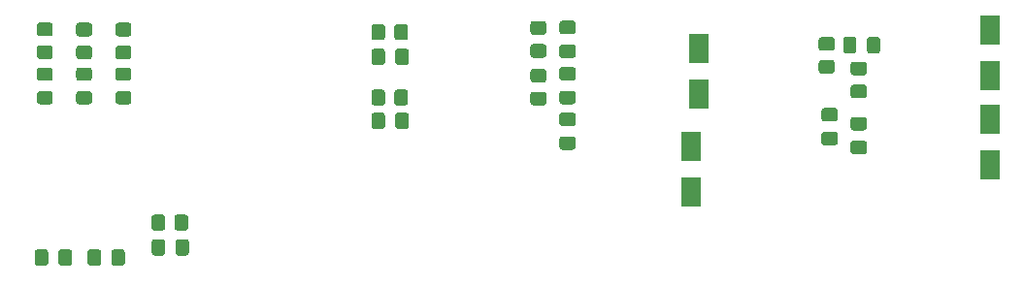
<source format=gbr>
G04 #@! TF.GenerationSoftware,KiCad,Pcbnew,5.1.9-73d0e3b20d~88~ubuntu20.04.1*
G04 #@! TF.CreationDate,2021-01-30T11:56:24+01:00*
G04 #@! TF.ProjectId,FY6600_Power_Supply,46593636-3030-45f5-906f-7765725f5375,1.0*
G04 #@! TF.SameCoordinates,Original*
G04 #@! TF.FileFunction,Paste,Top*
G04 #@! TF.FilePolarity,Positive*
%FSLAX46Y46*%
G04 Gerber Fmt 4.6, Leading zero omitted, Abs format (unit mm)*
G04 Created by KiCad (PCBNEW 5.1.9-73d0e3b20d~88~ubuntu20.04.1) date 2021-01-30 11:56:24*
%MOMM*%
%LPD*%
G01*
G04 APERTURE LIST*
%ADD10R,1.800000X2.500000*%
G04 APERTURE END LIST*
D10*
X115570000Y-65405000D03*
X115570000Y-61405000D03*
X116205000Y-56864000D03*
X116205000Y-52864000D03*
X141605000Y-51245000D03*
X141605000Y-55245000D03*
X141605000Y-59055000D03*
X141605000Y-63055000D03*
G36*
G01*
X104300000Y-52520000D02*
X105250000Y-52520000D01*
G75*
G02*
X105500000Y-52770000I0J-250000D01*
G01*
X105500000Y-53445000D01*
G75*
G02*
X105250000Y-53695000I-250000J0D01*
G01*
X104300000Y-53695000D01*
G75*
G02*
X104050000Y-53445000I0J250000D01*
G01*
X104050000Y-52770000D01*
G75*
G02*
X104300000Y-52520000I250000J0D01*
G01*
G37*
G36*
G01*
X104300000Y-50445000D02*
X105250000Y-50445000D01*
G75*
G02*
X105500000Y-50695000I0J-250000D01*
G01*
X105500000Y-51370000D01*
G75*
G02*
X105250000Y-51620000I-250000J0D01*
G01*
X104300000Y-51620000D01*
G75*
G02*
X104050000Y-51370000I0J250000D01*
G01*
X104050000Y-50695000D01*
G75*
G02*
X104300000Y-50445000I250000J0D01*
G01*
G37*
G36*
G01*
X130879000Y-53053000D02*
X130879000Y-52103000D01*
G75*
G02*
X131129000Y-51853000I250000J0D01*
G01*
X131804000Y-51853000D01*
G75*
G02*
X132054000Y-52103000I0J-250000D01*
G01*
X132054000Y-53053000D01*
G75*
G02*
X131804000Y-53303000I-250000J0D01*
G01*
X131129000Y-53303000D01*
G75*
G02*
X130879000Y-53053000I0J250000D01*
G01*
G37*
G36*
G01*
X128804000Y-53053000D02*
X128804000Y-52103000D01*
G75*
G02*
X129054000Y-51853000I250000J0D01*
G01*
X129729000Y-51853000D01*
G75*
G02*
X129979000Y-52103000I0J-250000D01*
G01*
X129979000Y-53053000D01*
G75*
G02*
X129729000Y-53303000I-250000J0D01*
G01*
X129054000Y-53303000D01*
G75*
G02*
X128804000Y-53053000I0J250000D01*
G01*
G37*
G36*
G01*
X89665000Y-57600001D02*
X89665000Y-56699999D01*
G75*
G02*
X89914999Y-56450000I249999J0D01*
G01*
X90615001Y-56450000D01*
G75*
G02*
X90865000Y-56699999I0J-249999D01*
G01*
X90865000Y-57600001D01*
G75*
G02*
X90615001Y-57850000I-249999J0D01*
G01*
X89914999Y-57850000D01*
G75*
G02*
X89665000Y-57600001I0J249999D01*
G01*
G37*
G36*
G01*
X87665000Y-57600001D02*
X87665000Y-56699999D01*
G75*
G02*
X87914999Y-56450000I249999J0D01*
G01*
X88615001Y-56450000D01*
G75*
G02*
X88865000Y-56699999I0J-249999D01*
G01*
X88865000Y-57600001D01*
G75*
G02*
X88615001Y-57850000I-249999J0D01*
G01*
X87914999Y-57850000D01*
G75*
G02*
X87665000Y-57600001I0J249999D01*
G01*
G37*
G36*
G01*
X89665000Y-51885001D02*
X89665000Y-50984999D01*
G75*
G02*
X89914999Y-50735000I249999J0D01*
G01*
X90615001Y-50735000D01*
G75*
G02*
X90865000Y-50984999I0J-249999D01*
G01*
X90865000Y-51885001D01*
G75*
G02*
X90615001Y-52135000I-249999J0D01*
G01*
X89914999Y-52135000D01*
G75*
G02*
X89665000Y-51885001I0J249999D01*
G01*
G37*
G36*
G01*
X87665000Y-51885001D02*
X87665000Y-50984999D01*
G75*
G02*
X87914999Y-50735000I249999J0D01*
G01*
X88615001Y-50735000D01*
G75*
G02*
X88865000Y-50984999I0J-249999D01*
G01*
X88865000Y-51885001D01*
G75*
G02*
X88615001Y-52135000I-249999J0D01*
G01*
X87914999Y-52135000D01*
G75*
G02*
X87665000Y-51885001I0J249999D01*
G01*
G37*
G36*
G01*
X69682000Y-67621999D02*
X69682000Y-68522001D01*
G75*
G02*
X69432001Y-68772000I-249999J0D01*
G01*
X68731999Y-68772000D01*
G75*
G02*
X68482000Y-68522001I0J249999D01*
G01*
X68482000Y-67621999D01*
G75*
G02*
X68731999Y-67372000I249999J0D01*
G01*
X69432001Y-67372000D01*
G75*
G02*
X69682000Y-67621999I0J-249999D01*
G01*
G37*
G36*
G01*
X71682000Y-67621999D02*
X71682000Y-68522001D01*
G75*
G02*
X71432001Y-68772000I-249999J0D01*
G01*
X70731999Y-68772000D01*
G75*
G02*
X70482000Y-68522001I0J249999D01*
G01*
X70482000Y-67621999D01*
G75*
G02*
X70731999Y-67372000I249999J0D01*
G01*
X71432001Y-67372000D01*
G75*
G02*
X71682000Y-67621999I0J-249999D01*
G01*
G37*
G36*
G01*
X88852500Y-58707000D02*
X88852500Y-59657000D01*
G75*
G02*
X88602500Y-59907000I-250000J0D01*
G01*
X87927500Y-59907000D01*
G75*
G02*
X87677500Y-59657000I0J250000D01*
G01*
X87677500Y-58707000D01*
G75*
G02*
X87927500Y-58457000I250000J0D01*
G01*
X88602500Y-58457000D01*
G75*
G02*
X88852500Y-58707000I0J-250000D01*
G01*
G37*
G36*
G01*
X90927500Y-58707000D02*
X90927500Y-59657000D01*
G75*
G02*
X90677500Y-59907000I-250000J0D01*
G01*
X90002500Y-59907000D01*
G75*
G02*
X89752500Y-59657000I0J250000D01*
G01*
X89752500Y-58707000D01*
G75*
G02*
X90002500Y-58457000I250000J0D01*
G01*
X90677500Y-58457000D01*
G75*
G02*
X90927500Y-58707000I0J-250000D01*
G01*
G37*
G36*
G01*
X89752500Y-54069000D02*
X89752500Y-53119000D01*
G75*
G02*
X90002500Y-52869000I250000J0D01*
G01*
X90677500Y-52869000D01*
G75*
G02*
X90927500Y-53119000I0J-250000D01*
G01*
X90927500Y-54069000D01*
G75*
G02*
X90677500Y-54319000I-250000J0D01*
G01*
X90002500Y-54319000D01*
G75*
G02*
X89752500Y-54069000I0J250000D01*
G01*
G37*
G36*
G01*
X87677500Y-54069000D02*
X87677500Y-53119000D01*
G75*
G02*
X87927500Y-52869000I250000J0D01*
G01*
X88602500Y-52869000D01*
G75*
G02*
X88852500Y-53119000I0J-250000D01*
G01*
X88852500Y-54069000D01*
G75*
G02*
X88602500Y-54319000I-250000J0D01*
G01*
X87927500Y-54319000D01*
G75*
G02*
X87677500Y-54069000I0J250000D01*
G01*
G37*
G36*
G01*
X69675500Y-69756000D02*
X69675500Y-70706000D01*
G75*
G02*
X69425500Y-70956000I-250000J0D01*
G01*
X68750500Y-70956000D01*
G75*
G02*
X68500500Y-70706000I0J250000D01*
G01*
X68500500Y-69756000D01*
G75*
G02*
X68750500Y-69506000I250000J0D01*
G01*
X69425500Y-69506000D01*
G75*
G02*
X69675500Y-69756000I0J-250000D01*
G01*
G37*
G36*
G01*
X71750500Y-69756000D02*
X71750500Y-70706000D01*
G75*
G02*
X71500500Y-70956000I-250000J0D01*
G01*
X70825500Y-70956000D01*
G75*
G02*
X70575500Y-70706000I0J250000D01*
G01*
X70575500Y-69756000D01*
G75*
G02*
X70825500Y-69506000I250000J0D01*
G01*
X71500500Y-69506000D01*
G75*
G02*
X71750500Y-69756000I0J-250000D01*
G01*
G37*
G36*
G01*
X101784999Y-56645000D02*
X102685001Y-56645000D01*
G75*
G02*
X102935000Y-56894999I0J-249999D01*
G01*
X102935000Y-57595001D01*
G75*
G02*
X102685001Y-57845000I-249999J0D01*
G01*
X101784999Y-57845000D01*
G75*
G02*
X101535000Y-57595001I0J249999D01*
G01*
X101535000Y-56894999D01*
G75*
G02*
X101784999Y-56645000I249999J0D01*
G01*
G37*
G36*
G01*
X101784999Y-54645000D02*
X102685001Y-54645000D01*
G75*
G02*
X102935000Y-54894999I0J-249999D01*
G01*
X102935000Y-55595001D01*
G75*
G02*
X102685001Y-55845000I-249999J0D01*
G01*
X101784999Y-55845000D01*
G75*
G02*
X101535000Y-55595001I0J249999D01*
G01*
X101535000Y-54894999D01*
G75*
G02*
X101784999Y-54645000I249999J0D01*
G01*
G37*
G36*
G01*
X101784999Y-52470000D02*
X102685001Y-52470000D01*
G75*
G02*
X102935000Y-52719999I0J-249999D01*
G01*
X102935000Y-53420001D01*
G75*
G02*
X102685001Y-53670000I-249999J0D01*
G01*
X101784999Y-53670000D01*
G75*
G02*
X101535000Y-53420001I0J249999D01*
G01*
X101535000Y-52719999D01*
G75*
G02*
X101784999Y-52470000I249999J0D01*
G01*
G37*
G36*
G01*
X101784999Y-50470000D02*
X102685001Y-50470000D01*
G75*
G02*
X102935000Y-50719999I0J-249999D01*
G01*
X102935000Y-51420001D01*
G75*
G02*
X102685001Y-51670000I-249999J0D01*
G01*
X101784999Y-51670000D01*
G75*
G02*
X101535000Y-51420001I0J249999D01*
G01*
X101535000Y-50719999D01*
G75*
G02*
X101784999Y-50470000I249999J0D01*
G01*
G37*
G36*
G01*
X65589999Y-52613000D02*
X66490001Y-52613000D01*
G75*
G02*
X66740000Y-52862999I0J-249999D01*
G01*
X66740000Y-53563001D01*
G75*
G02*
X66490001Y-53813000I-249999J0D01*
G01*
X65589999Y-53813000D01*
G75*
G02*
X65340000Y-53563001I0J249999D01*
G01*
X65340000Y-52862999D01*
G75*
G02*
X65589999Y-52613000I249999J0D01*
G01*
G37*
G36*
G01*
X65589999Y-50613000D02*
X66490001Y-50613000D01*
G75*
G02*
X66740000Y-50862999I0J-249999D01*
G01*
X66740000Y-51563001D01*
G75*
G02*
X66490001Y-51813000I-249999J0D01*
G01*
X65589999Y-51813000D01*
G75*
G02*
X65340000Y-51563001I0J249999D01*
G01*
X65340000Y-50862999D01*
G75*
G02*
X65589999Y-50613000I249999J0D01*
G01*
G37*
G36*
G01*
X62160999Y-52613000D02*
X63061001Y-52613000D01*
G75*
G02*
X63311000Y-52862999I0J-249999D01*
G01*
X63311000Y-53563001D01*
G75*
G02*
X63061001Y-53813000I-249999J0D01*
G01*
X62160999Y-53813000D01*
G75*
G02*
X61911000Y-53563001I0J249999D01*
G01*
X61911000Y-52862999D01*
G75*
G02*
X62160999Y-52613000I249999J0D01*
G01*
G37*
G36*
G01*
X62160999Y-50613000D02*
X63061001Y-50613000D01*
G75*
G02*
X63311000Y-50862999I0J-249999D01*
G01*
X63311000Y-51563001D01*
G75*
G02*
X63061001Y-51813000I-249999J0D01*
G01*
X62160999Y-51813000D01*
G75*
G02*
X61911000Y-51563001I0J249999D01*
G01*
X61911000Y-50862999D01*
G75*
G02*
X62160999Y-50613000I249999J0D01*
G01*
G37*
G36*
G01*
X58731999Y-52597000D02*
X59632001Y-52597000D01*
G75*
G02*
X59882000Y-52846999I0J-249999D01*
G01*
X59882000Y-53547001D01*
G75*
G02*
X59632001Y-53797000I-249999J0D01*
G01*
X58731999Y-53797000D01*
G75*
G02*
X58482000Y-53547001I0J249999D01*
G01*
X58482000Y-52846999D01*
G75*
G02*
X58731999Y-52597000I249999J0D01*
G01*
G37*
G36*
G01*
X58731999Y-50597000D02*
X59632001Y-50597000D01*
G75*
G02*
X59882000Y-50846999I0J-249999D01*
G01*
X59882000Y-51547001D01*
G75*
G02*
X59632001Y-51797000I-249999J0D01*
G01*
X58731999Y-51797000D01*
G75*
G02*
X58482000Y-51547001I0J249999D01*
G01*
X58482000Y-50846999D01*
G75*
G02*
X58731999Y-50597000I249999J0D01*
G01*
G37*
G36*
G01*
X127831001Y-53067000D02*
X126930999Y-53067000D01*
G75*
G02*
X126681000Y-52817001I0J249999D01*
G01*
X126681000Y-52116999D01*
G75*
G02*
X126930999Y-51867000I249999J0D01*
G01*
X127831001Y-51867000D01*
G75*
G02*
X128081000Y-52116999I0J-249999D01*
G01*
X128081000Y-52817001D01*
G75*
G02*
X127831001Y-53067000I-249999J0D01*
G01*
G37*
G36*
G01*
X127831001Y-55067000D02*
X126930999Y-55067000D01*
G75*
G02*
X126681000Y-54817001I0J249999D01*
G01*
X126681000Y-54116999D01*
G75*
G02*
X126930999Y-53867000I249999J0D01*
G01*
X127831001Y-53867000D01*
G75*
G02*
X128081000Y-54116999I0J-249999D01*
G01*
X128081000Y-54817001D01*
G75*
G02*
X127831001Y-55067000I-249999J0D01*
G01*
G37*
G36*
G01*
X130625001Y-55210000D02*
X129724999Y-55210000D01*
G75*
G02*
X129475000Y-54960001I0J249999D01*
G01*
X129475000Y-54259999D01*
G75*
G02*
X129724999Y-54010000I249999J0D01*
G01*
X130625001Y-54010000D01*
G75*
G02*
X130875000Y-54259999I0J-249999D01*
G01*
X130875000Y-54960001D01*
G75*
G02*
X130625001Y-55210000I-249999J0D01*
G01*
G37*
G36*
G01*
X130625001Y-57210000D02*
X129724999Y-57210000D01*
G75*
G02*
X129475000Y-56960001I0J249999D01*
G01*
X129475000Y-56259999D01*
G75*
G02*
X129724999Y-56010000I249999J0D01*
G01*
X130625001Y-56010000D01*
G75*
G02*
X130875000Y-56259999I0J-249999D01*
G01*
X130875000Y-56960001D01*
G75*
G02*
X130625001Y-57210000I-249999J0D01*
G01*
G37*
G36*
G01*
X65589999Y-56584000D02*
X66490001Y-56584000D01*
G75*
G02*
X66740000Y-56833999I0J-249999D01*
G01*
X66740000Y-57484001D01*
G75*
G02*
X66490001Y-57734000I-249999J0D01*
G01*
X65589999Y-57734000D01*
G75*
G02*
X65340000Y-57484001I0J249999D01*
G01*
X65340000Y-56833999D01*
G75*
G02*
X65589999Y-56584000I249999J0D01*
G01*
G37*
G36*
G01*
X65589999Y-54534000D02*
X66490001Y-54534000D01*
G75*
G02*
X66740000Y-54783999I0J-249999D01*
G01*
X66740000Y-55434001D01*
G75*
G02*
X66490001Y-55684000I-249999J0D01*
G01*
X65589999Y-55684000D01*
G75*
G02*
X65340000Y-55434001I0J249999D01*
G01*
X65340000Y-54783999D01*
G75*
G02*
X65589999Y-54534000I249999J0D01*
G01*
G37*
G36*
G01*
X63061001Y-55684000D02*
X62160999Y-55684000D01*
G75*
G02*
X61911000Y-55434001I0J249999D01*
G01*
X61911000Y-54783999D01*
G75*
G02*
X62160999Y-54534000I249999J0D01*
G01*
X63061001Y-54534000D01*
G75*
G02*
X63311000Y-54783999I0J-249999D01*
G01*
X63311000Y-55434001D01*
G75*
G02*
X63061001Y-55684000I-249999J0D01*
G01*
G37*
G36*
G01*
X63061001Y-57734000D02*
X62160999Y-57734000D01*
G75*
G02*
X61911000Y-57484001I0J249999D01*
G01*
X61911000Y-56833999D01*
G75*
G02*
X62160999Y-56584000I249999J0D01*
G01*
X63061001Y-56584000D01*
G75*
G02*
X63311000Y-56833999I0J-249999D01*
G01*
X63311000Y-57484001D01*
G75*
G02*
X63061001Y-57734000I-249999J0D01*
G01*
G37*
G36*
G01*
X59632001Y-55693000D02*
X58731999Y-55693000D01*
G75*
G02*
X58482000Y-55443001I0J249999D01*
G01*
X58482000Y-54792999D01*
G75*
G02*
X58731999Y-54543000I249999J0D01*
G01*
X59632001Y-54543000D01*
G75*
G02*
X59882000Y-54792999I0J-249999D01*
G01*
X59882000Y-55443001D01*
G75*
G02*
X59632001Y-55693000I-249999J0D01*
G01*
G37*
G36*
G01*
X59632001Y-57743000D02*
X58731999Y-57743000D01*
G75*
G02*
X58482000Y-57493001I0J249999D01*
G01*
X58482000Y-56842999D01*
G75*
G02*
X58731999Y-56593000I249999J0D01*
G01*
X59632001Y-56593000D01*
G75*
G02*
X59882000Y-56842999I0J-249999D01*
G01*
X59882000Y-57493001D01*
G75*
G02*
X59632001Y-57743000I-249999J0D01*
G01*
G37*
G36*
G01*
X105250000Y-59642500D02*
X104300000Y-59642500D01*
G75*
G02*
X104050000Y-59392500I0J250000D01*
G01*
X104050000Y-58717500D01*
G75*
G02*
X104300000Y-58467500I250000J0D01*
G01*
X105250000Y-58467500D01*
G75*
G02*
X105500000Y-58717500I0J-250000D01*
G01*
X105500000Y-59392500D01*
G75*
G02*
X105250000Y-59642500I-250000J0D01*
G01*
G37*
G36*
G01*
X105250000Y-61717500D02*
X104300000Y-61717500D01*
G75*
G02*
X104050000Y-61467500I0J250000D01*
G01*
X104050000Y-60792500D01*
G75*
G02*
X104300000Y-60542500I250000J0D01*
G01*
X105250000Y-60542500D01*
G75*
G02*
X105500000Y-60792500I0J-250000D01*
G01*
X105500000Y-61467500D01*
G75*
G02*
X105250000Y-61717500I-250000J0D01*
G01*
G37*
G36*
G01*
X104300000Y-56562500D02*
X105250000Y-56562500D01*
G75*
G02*
X105500000Y-56812500I0J-250000D01*
G01*
X105500000Y-57487500D01*
G75*
G02*
X105250000Y-57737500I-250000J0D01*
G01*
X104300000Y-57737500D01*
G75*
G02*
X104050000Y-57487500I0J250000D01*
G01*
X104050000Y-56812500D01*
G75*
G02*
X104300000Y-56562500I250000J0D01*
G01*
G37*
G36*
G01*
X104300000Y-54487500D02*
X105250000Y-54487500D01*
G75*
G02*
X105500000Y-54737500I0J-250000D01*
G01*
X105500000Y-55412500D01*
G75*
G02*
X105250000Y-55662500I-250000J0D01*
G01*
X104300000Y-55662500D01*
G75*
G02*
X104050000Y-55412500I0J250000D01*
G01*
X104050000Y-54737500D01*
G75*
G02*
X104300000Y-54487500I250000J0D01*
G01*
G37*
G36*
G01*
X127160000Y-60140000D02*
X128110000Y-60140000D01*
G75*
G02*
X128360000Y-60390000I0J-250000D01*
G01*
X128360000Y-61065000D01*
G75*
G02*
X128110000Y-61315000I-250000J0D01*
G01*
X127160000Y-61315000D01*
G75*
G02*
X126910000Y-61065000I0J250000D01*
G01*
X126910000Y-60390000D01*
G75*
G02*
X127160000Y-60140000I250000J0D01*
G01*
G37*
G36*
G01*
X127160000Y-58065000D02*
X128110000Y-58065000D01*
G75*
G02*
X128360000Y-58315000I0J-250000D01*
G01*
X128360000Y-58990000D01*
G75*
G02*
X128110000Y-59240000I-250000J0D01*
G01*
X127160000Y-59240000D01*
G75*
G02*
X126910000Y-58990000I0J250000D01*
G01*
X126910000Y-58315000D01*
G75*
G02*
X127160000Y-58065000I250000J0D01*
G01*
G37*
G36*
G01*
X129700000Y-58848500D02*
X130650000Y-58848500D01*
G75*
G02*
X130900000Y-59098500I0J-250000D01*
G01*
X130900000Y-59773500D01*
G75*
G02*
X130650000Y-60023500I-250000J0D01*
G01*
X129700000Y-60023500D01*
G75*
G02*
X129450000Y-59773500I0J250000D01*
G01*
X129450000Y-59098500D01*
G75*
G02*
X129700000Y-58848500I250000J0D01*
G01*
G37*
G36*
G01*
X129700000Y-60923500D02*
X130650000Y-60923500D01*
G75*
G02*
X130900000Y-61173500I0J-250000D01*
G01*
X130900000Y-61848500D01*
G75*
G02*
X130650000Y-62098500I-250000J0D01*
G01*
X129700000Y-62098500D01*
G75*
G02*
X129450000Y-61848500I0J250000D01*
G01*
X129450000Y-61173500D01*
G75*
G02*
X129700000Y-60923500I250000J0D01*
G01*
G37*
G36*
G01*
X60372500Y-71595000D02*
X60372500Y-70645000D01*
G75*
G02*
X60622500Y-70395000I250000J0D01*
G01*
X61297500Y-70395000D01*
G75*
G02*
X61547500Y-70645000I0J-250000D01*
G01*
X61547500Y-71595000D01*
G75*
G02*
X61297500Y-71845000I-250000J0D01*
G01*
X60622500Y-71845000D01*
G75*
G02*
X60372500Y-71595000I0J250000D01*
G01*
G37*
G36*
G01*
X58297500Y-71595000D02*
X58297500Y-70645000D01*
G75*
G02*
X58547500Y-70395000I250000J0D01*
G01*
X59222500Y-70395000D01*
G75*
G02*
X59472500Y-70645000I0J-250000D01*
G01*
X59472500Y-71595000D01*
G75*
G02*
X59222500Y-71845000I-250000J0D01*
G01*
X58547500Y-71845000D01*
G75*
G02*
X58297500Y-71595000I0J250000D01*
G01*
G37*
G36*
G01*
X64087500Y-70645000D02*
X64087500Y-71595000D01*
G75*
G02*
X63837500Y-71845000I-250000J0D01*
G01*
X63162500Y-71845000D01*
G75*
G02*
X62912500Y-71595000I0J250000D01*
G01*
X62912500Y-70645000D01*
G75*
G02*
X63162500Y-70395000I250000J0D01*
G01*
X63837500Y-70395000D01*
G75*
G02*
X64087500Y-70645000I0J-250000D01*
G01*
G37*
G36*
G01*
X66162500Y-70645000D02*
X66162500Y-71595000D01*
G75*
G02*
X65912500Y-71845000I-250000J0D01*
G01*
X65237500Y-71845000D01*
G75*
G02*
X64987500Y-71595000I0J250000D01*
G01*
X64987500Y-70645000D01*
G75*
G02*
X65237500Y-70395000I250000J0D01*
G01*
X65912500Y-70395000D01*
G75*
G02*
X66162500Y-70645000I0J-250000D01*
G01*
G37*
M02*

</source>
